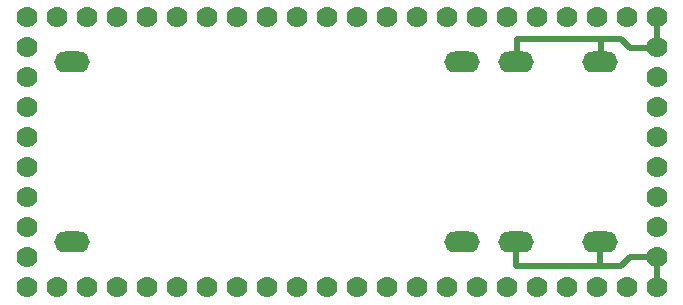
<source format=gtl>
G04 #@! TF.FileFunction,Copper,L1,Top,Signal*
%FSLAX46Y46*%
G04 Gerber Fmt 4.6, Leading zero omitted, Abs format (unit mm)*
G04 Created by KiCad (PCBNEW 4.0.5) date Wednesday, March 29, 2017 'PMt' 11:44:16 PM*
%MOMM*%
%LPD*%
G01*
G04 APERTURE LIST*
%ADD10C,0.100000*%
%ADD11C,1.778000*%
%ADD12O,3.000000X1.778000*%
%ADD13C,0.500000*%
G04 APERTURE END LIST*
D10*
D11*
X121988580Y-112610900D03*
X121988580Y-110070900D03*
X121988580Y-107530900D03*
X121988580Y-104990900D03*
X121988580Y-102450900D03*
X121988580Y-99910900D03*
X121988580Y-97370900D03*
X121988580Y-94830900D03*
X121988580Y-92290900D03*
X121988580Y-89750900D03*
D12*
X170502580Y-93560900D03*
X163390580Y-108800900D03*
D11*
X175328580Y-112610900D03*
X175328580Y-110070900D03*
X175328580Y-107530900D03*
X175328580Y-104990900D03*
X175328580Y-102450900D03*
X175328580Y-99910900D03*
X175328580Y-97370900D03*
X175328580Y-94830900D03*
X175328580Y-92290900D03*
X175328580Y-89750900D03*
X124528580Y-112610900D03*
X127068580Y-112610900D03*
X129608580Y-112610900D03*
X132148580Y-112610900D03*
X134688580Y-112610900D03*
X137228580Y-112610900D03*
X139768580Y-112610900D03*
X142308580Y-112610900D03*
X144848580Y-112610900D03*
X147388580Y-112610900D03*
X149928580Y-112610900D03*
X152468580Y-112610900D03*
X155008580Y-112610900D03*
X157548580Y-112610900D03*
X160088580Y-112610900D03*
X162628580Y-112610900D03*
X165168580Y-112610900D03*
X167708580Y-112610900D03*
X170248580Y-112610900D03*
X172788580Y-112610900D03*
D12*
X158818580Y-93560900D03*
X158818580Y-108800900D03*
X125798580Y-93560900D03*
X125798580Y-108800900D03*
X163390580Y-93560900D03*
D11*
X124536100Y-89758600D03*
X127076100Y-89758600D03*
X129616100Y-89758600D03*
X132156100Y-89758600D03*
X134696100Y-89758600D03*
X137236100Y-89758600D03*
X139776100Y-89758600D03*
X142316100Y-89758600D03*
X144856100Y-89758600D03*
X147396100Y-89758600D03*
X149936100Y-89758600D03*
X152476100Y-89758600D03*
X155016100Y-89758600D03*
X157556100Y-89758600D03*
X160096100Y-89758600D03*
X162636100Y-89758600D03*
X165176100Y-89758600D03*
X167716100Y-89758600D03*
X170256100Y-89758600D03*
X172796100Y-89758600D03*
D12*
X170502580Y-108800900D03*
D13*
X170609836Y-93626774D02*
X170609836Y-91594774D01*
X163497836Y-93626774D02*
X163497836Y-91594774D01*
X175328580Y-92356774D02*
X173042580Y-92356774D01*
X172280580Y-91594774D02*
X173042580Y-92356774D01*
X172280580Y-91594774D02*
X170502580Y-91594774D01*
X170609836Y-91594774D02*
X163497836Y-91594774D01*
X163390580Y-110832900D02*
X170502580Y-110832900D01*
X170502580Y-110832900D02*
X172280580Y-110832900D01*
X170502580Y-108800900D02*
X170502580Y-110832900D01*
X163390580Y-108800900D02*
X163390580Y-110832900D01*
X172280580Y-110832900D02*
X173042580Y-110070900D01*
X173042580Y-110070900D02*
X175328580Y-110070900D01*
X175328580Y-89750900D02*
X175328580Y-92290900D01*
X175328580Y-112610900D02*
X175328580Y-111353665D01*
X175328580Y-111353665D02*
X175328580Y-110070900D01*
M02*

</source>
